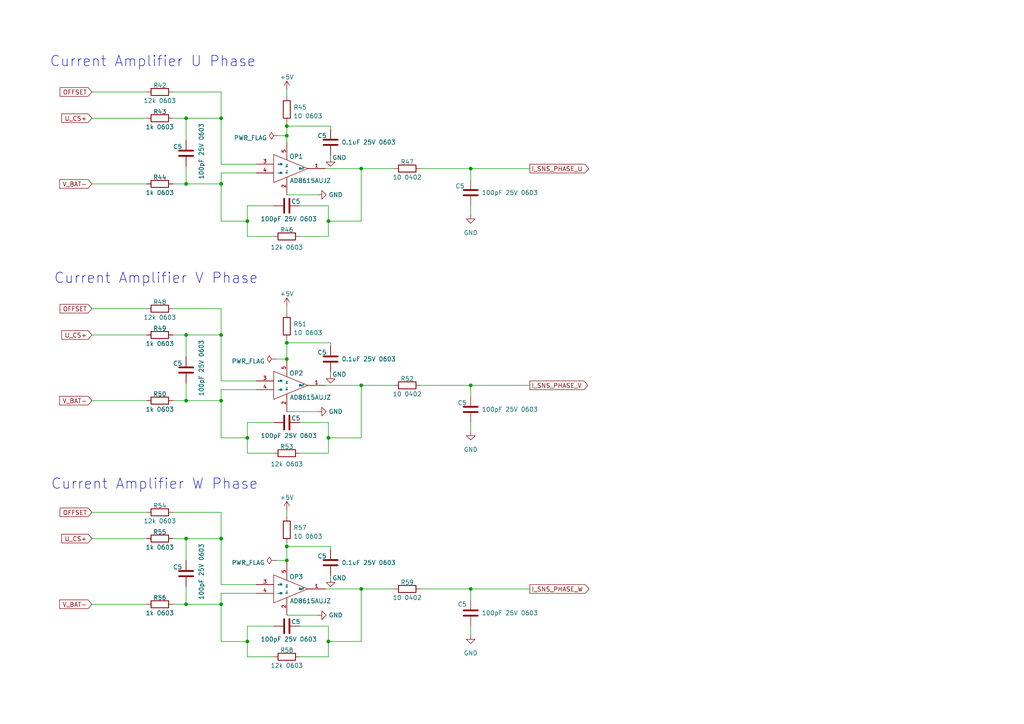
<source format=kicad_sch>
(kicad_sch (version 20230121) (generator eeschema)
  (paper "A4")
  (lib_symbols
    (symbol "AD8615:AD8615AUJZ" (pin_names (offset 1.016))
      (property "Reference" "OP" (at 3.556 -12.954 0))
      (property "Value" "AD8615AUJZ" (at 8.128 -21.59 0))
      (symbol "AD8615AUJZ_0_0"
        (pin output line (at 11.176 -17.78 180) (length 5.08) (name "OUT") (number "1"))
        (pin power_in line (at 0 -25.4 90) (length 5.08) (name "V-") (number "2"))
        (pin input line (at -8.89 -16.51 0) (length 5.08) (name "+IN") (number "3"))
        (pin input line (at -8.89 -19.05 0) (length 5.08) (name "-IN") (number "4"))
        (pin power_in line (at 0 -10.16 270) (length 5.08) (name "V+") (number "5"))
      )
      (symbol "AD8615AUJZ_0_1"
        (polyline (pts (xy -3.81 -13.716) (xy -3.81 -21.844) (xy 6.096 -17.78) (xy -3.81 -13.716)))
      )
    )
    (symbol "Device:C" (pin_numbers hide) (pin_names (offset 0.254))
      (property "Reference" "C" (at 0.635 2.54 0))
      (property "Value" "C" (at 0.635 -2.54 0))
      (symbol "C_0_1"
        (polyline (pts (xy -2.032 -0.762) (xy 2.032 -0.762)) (stroke (width 0.508)))
        (polyline (pts (xy -2.032 0.762) (xy 2.032 0.762)) (stroke (width 0.508)))
      )
      (symbol "C_1_1"
        (pin passive line (at 0 3.81 270) (length 2.794) (name "~") (number "1"))
        (pin passive line (at 0 -3.81 90) (length 2.794) (name "~") (number "2"))
      )
    )
    (symbol "Device:R" (pin_numbers hide) (pin_names (offset 0))
      (property "Reference" "R" (at 2.032 0 90))
      (property "Value" "R" (at 0 0 90))
      (symbol "R_0_1"
        (rectangle (start -1.016 -2.54) (end 1.016 2.54) (stroke (width 0.254)))
      )
      (symbol "R_1_1"
        (pin passive line (at 0 3.81 270) (length 1.27) (name "~") (number "1"))
        (pin passive line (at 0 -3.81 90) (length 1.27) (name "~") (number "2"))
      )
    )
    (symbol "power:+5V" (power) (pin_names (offset 0))
      (property "Value" "+5V" (at 0 3.556 0))
      (symbol "+5V_0_1"
        (polyline (pts (xy -0.762 1.27) (xy 0 2.54)))
        (polyline (pts (xy 0 0) (xy 0 2.54)))
        (polyline (pts (xy 0 2.54) (xy 0.762 1.27)))
      )
      (symbol "+5V_1_1"
        (pin power_in line (at 0 0 90) (length 0) hide (name "+5V") (number "1"))
      )
    )
    (symbol "power:GND" (power) (pin_names (offset 0))
      (property "Value" "GND" (at 0 -3.81 0))
      (symbol "GND_0_1"
        (polyline (pts (xy 0 0) (xy 0 -1.27) (xy 1.27 -1.27) (xy 0 -2.54) (xy -1.27 -1.27) (xy 0 -1.27)))
      )
      (symbol "GND_1_1"
        (pin power_in line (at 0 0 270) (length 0) hide (name "GND") (number "1"))
      )
    )
    (symbol "power:PWR_FLAG" (power) (pin_numbers hide) (pin_names (offset 0) hide)
      (property "Value" "PWR_FLAG" (at 0 3.81 0))
      (symbol "PWR_FLAG_0_0"
        (pin power_out line (at 0 0 90) (length 0) (name "pwr") (number "1"))
      )
      (symbol "PWR_FLAG_0_1"
        (polyline (pts (xy 0 0) (xy 0 1.27) (xy -1.016 1.905) (xy 0 2.54) (xy 1.016 1.905) (xy 0 1.27)))
      )
    )
  )
  (junction (at 83.185 158.496))
  (junction (at 95.25 127))
  (junction (at 83.185 36.576))
  (junction (at 95.25 186.055))
  (junction (at 53.975 156.21))
  (junction (at 64.135 116.205))
  (junction (at 83.185 39.37))
  (junction (at 53.975 53.34))
  (junction (at 136.525 111.76))
  (junction (at 136.525 48.895))
  (junction (at 83.185 99.441))
  (junction (at 64.135 53.34))
  (junction (at 104.775 111.76))
  (junction (at 71.755 186.055))
  (junction (at 83.185 162.56))
  (junction (at 64.135 175.26))
  (junction (at 71.755 64.135))
  (junction (at 83.185 104.14))
  (junction (at 53.975 34.29))
  (junction (at 53.975 116.205))
  (junction (at 104.775 170.815))
  (junction (at 71.755 127))
  (junction (at 64.135 34.29))
  (junction (at 64.135 97.155))
  (junction (at 136.525 170.815))
  (junction (at 53.975 175.26))
  (junction (at 95.25 64.135))
  (junction (at 53.975 97.155))
  (junction (at 104.775 48.895))
  (junction (at 64.135 156.21))
  (wire (pts (xy 95.885 167.005) (xy 95.885 167.64)))
  (wire (pts (xy 104.775 170.815) (xy 114.3 170.815)))
  (wire (pts (xy 95.25 131.445) (xy 95.25 127)))
  (wire (pts (xy 104.775 48.895) (xy 114.3 48.895)))
  (wire (pts (xy 64.135 169.545) (xy 74.295 169.545)))
  (wire (pts (xy 86.995 190.5) (xy 95.25 190.5)))
  (wire (pts (xy 53.975 175.26) (xy 64.135 175.26)))
  (wire (pts (xy 83.185 99.441) (xy 83.185 104.14)))
  (wire (pts (xy 64.135 172.085) (xy 64.135 175.26)))
  (wire (pts (xy 53.975 53.34) (xy 64.135 53.34)))
  (wire (pts (xy 50.165 148.59) (xy 64.135 148.59)))
  (wire (pts (xy 64.135 97.155) (xy 64.135 89.535)))
  (wire (pts (xy 26.67 116.205) (xy 42.545 116.205)))
  (wire (pts (xy 64.135 113.03) (xy 64.135 116.205)))
  (wire (pts (xy 64.135 47.625) (xy 74.295 47.625)))
  (wire (pts (xy 64.135 110.49) (xy 74.295 110.49)))
  (wire (pts (xy 50.165 175.26) (xy 53.975 175.26)))
  (wire (pts (xy 83.185 178.435) (xy 92.075 178.435)))
  (wire (pts (xy 95.25 127) (xy 104.775 127)))
  (wire (pts (xy 136.525 122.555) (xy 136.525 125.095)))
  (wire (pts (xy 121.92 48.895) (xy 136.525 48.895)))
  (wire (pts (xy 53.975 97.155) (xy 50.165 97.155)))
  (wire (pts (xy 104.775 48.895) (xy 104.775 64.135)))
  (wire (pts (xy 79.375 190.5) (xy 71.755 190.5)))
  (wire (pts (xy 83.185 88.9) (xy 83.185 90.805)))
  (wire (pts (xy 64.135 50.165) (xy 74.295 50.165)))
  (wire (pts (xy 64.135 34.29) (xy 64.135 47.625)))
  (wire (pts (xy 50.165 89.535) (xy 64.135 89.535)))
  (wire (pts (xy 95.885 158.496) (xy 95.885 159.385)))
  (wire (pts (xy 95.25 64.135) (xy 104.775 64.135)))
  (wire (pts (xy 83.185 39.37) (xy 83.185 41.275)))
  (wire (pts (xy 121.92 111.76) (xy 136.525 111.76)))
  (wire (pts (xy 83.185 36.576) (xy 83.185 39.37)))
  (wire (pts (xy 80.01 104.14) (xy 83.185 104.14)))
  (wire (pts (xy 64.135 116.205) (xy 64.135 127)))
  (wire (pts (xy 64.135 175.26) (xy 64.135 186.055)))
  (wire (pts (xy 83.185 162.56) (xy 83.185 163.195)))
  (wire (pts (xy 95.25 59.69) (xy 86.995 59.69)))
  (wire (pts (xy 26.67 89.535) (xy 42.545 89.535)))
  (wire (pts (xy 83.185 147.955) (xy 83.185 149.86)))
  (wire (pts (xy 104.775 111.76) (xy 104.775 127)))
  (wire (pts (xy 71.755 59.69) (xy 79.375 59.69)))
  (wire (pts (xy 80.01 162.56) (xy 83.185 162.56)))
  (wire (pts (xy 71.755 64.135) (xy 71.755 59.69)))
  (wire (pts (xy 71.755 127) (xy 71.755 122.555)))
  (wire (pts (xy 80.645 39.37) (xy 83.185 39.37)))
  (wire (pts (xy 136.525 59.69) (xy 136.525 62.23)))
  (wire (pts (xy 50.165 53.34) (xy 53.975 53.34)))
  (wire (pts (xy 64.135 53.34) (xy 64.135 64.135)))
  (wire (pts (xy 136.525 111.76) (xy 153.67 111.76)))
  (wire (pts (xy 53.975 40.64) (xy 53.975 34.29)))
  (wire (pts (xy 64.135 156.21) (xy 64.135 148.59)))
  (wire (pts (xy 83.185 98.425) (xy 83.185 99.441)))
  (wire (pts (xy 95.25 122.555) (xy 86.995 122.555)))
  (wire (pts (xy 83.185 157.48) (xy 83.185 158.496)))
  (wire (pts (xy 95.25 186.055) (xy 95.25 181.61)))
  (wire (pts (xy 86.995 68.58) (xy 95.25 68.58)))
  (wire (pts (xy 53.975 111.125) (xy 53.975 116.205)))
  (wire (pts (xy 64.135 172.085) (xy 74.295 172.085)))
  (wire (pts (xy 104.775 170.815) (xy 104.775 186.055)))
  (wire (pts (xy 104.775 111.76) (xy 114.3 111.76)))
  (wire (pts (xy 26.67 156.21) (xy 42.545 156.21)))
  (wire (pts (xy 95.25 190.5) (xy 95.25 186.055)))
  (wire (pts (xy 95.885 99.441) (xy 95.885 100.33)))
  (wire (pts (xy 53.975 156.21) (xy 50.165 156.21)))
  (wire (pts (xy 83.185 158.496) (xy 83.185 162.56)))
  (wire (pts (xy 53.975 156.21) (xy 64.135 156.21)))
  (wire (pts (xy 50.165 26.67) (xy 64.135 26.67)))
  (wire (pts (xy 95.25 64.135) (xy 95.25 59.69)))
  (wire (pts (xy 64.135 97.155) (xy 64.135 110.49)))
  (wire (pts (xy 79.375 131.445) (xy 71.755 131.445)))
  (wire (pts (xy 26.67 148.59) (xy 42.545 148.59)))
  (wire (pts (xy 136.525 181.61) (xy 136.525 184.15)))
  (wire (pts (xy 53.975 34.29) (xy 64.135 34.29)))
  (wire (pts (xy 95.885 45.085) (xy 95.885 45.72)))
  (wire (pts (xy 64.135 113.03) (xy 74.295 113.03)))
  (wire (pts (xy 71.755 186.055) (xy 71.755 181.61)))
  (wire (pts (xy 95.25 186.055) (xy 104.775 186.055)))
  (wire (pts (xy 53.975 170.18) (xy 53.975 175.26)))
  (wire (pts (xy 26.67 175.26) (xy 42.545 175.26)))
  (wire (pts (xy 136.525 170.815) (xy 153.67 170.815)))
  (wire (pts (xy 26.67 34.29) (xy 42.545 34.29)))
  (wire (pts (xy 64.135 50.165) (xy 64.135 53.34)))
  (wire (pts (xy 53.975 48.26) (xy 53.975 53.34)))
  (wire (pts (xy 53.975 162.56) (xy 53.975 156.21)))
  (wire (pts (xy 71.755 181.61) (xy 79.375 181.61)))
  (wire (pts (xy 53.975 103.505) (xy 53.975 97.155)))
  (wire (pts (xy 121.92 170.815) (xy 136.525 170.815)))
  (wire (pts (xy 94.361 48.895) (xy 104.775 48.895)))
  (wire (pts (xy 136.525 48.895) (xy 136.525 52.07)))
  (wire (pts (xy 71.755 127) (xy 64.135 127)))
  (wire (pts (xy 94.361 170.815) (xy 104.775 170.815)))
  (wire (pts (xy 71.755 64.135) (xy 64.135 64.135)))
  (wire (pts (xy 83.185 119.38) (xy 92.075 119.38)))
  (wire (pts (xy 53.975 116.205) (xy 64.135 116.205)))
  (wire (pts (xy 136.525 111.76) (xy 136.525 114.935)))
  (wire (pts (xy 64.135 34.29) (xy 64.135 26.67)))
  (wire (pts (xy 26.67 53.34) (xy 42.545 53.34)))
  (wire (pts (xy 79.375 68.58) (xy 71.755 68.58)))
  (wire (pts (xy 95.885 107.95) (xy 95.885 108.585)))
  (wire (pts (xy 71.755 122.555) (xy 79.375 122.555)))
  (wire (pts (xy 64.135 156.21) (xy 64.135 169.545)))
  (wire (pts (xy 95.25 68.58) (xy 95.25 64.135)))
  (wire (pts (xy 71.755 186.055) (xy 64.135 186.055)))
  (wire (pts (xy 86.995 131.445) (xy 95.25 131.445)))
  (wire (pts (xy 53.975 97.155) (xy 64.135 97.155)))
  (wire (pts (xy 136.525 170.815) (xy 136.525 173.99)))
  (wire (pts (xy 95.25 127) (xy 95.25 122.555)))
  (wire (pts (xy 71.755 68.58) (xy 71.755 64.135)))
  (wire (pts (xy 26.67 97.155) (xy 42.545 97.155)))
  (wire (pts (xy 95.885 36.576) (xy 95.885 37.465)))
  (wire (pts (xy 94.361 111.76) (xy 104.775 111.76)))
  (wire (pts (xy 26.67 26.67) (xy 42.545 26.67)))
  (wire (pts (xy 71.755 131.445) (xy 71.755 127)))
  (wire (pts (xy 95.885 36.576) (xy 83.185 36.576)))
  (wire (pts (xy 53.975 34.29) (xy 50.165 34.29)))
  (wire (pts (xy 136.525 48.895) (xy 153.67 48.895)))
  (wire (pts (xy 50.165 116.205) (xy 53.975 116.205)))
  (wire (pts (xy 83.185 26.035) (xy 83.185 27.94)))
  (wire (pts (xy 95.885 99.441) (xy 83.185 99.441)))
  (wire (pts (xy 83.185 56.515) (xy 92.075 56.515)))
  (wire (pts (xy 95.25 181.61) (xy 86.995 181.61)))
  (wire (pts (xy 71.755 190.5) (xy 71.755 186.055)))
  (wire (pts (xy 95.885 158.496) (xy 83.185 158.496)))
  (wire (pts (xy 83.185 35.56) (xy 83.185 36.576)))
  (text "Current Amplifier V Phase" (at 74.93 82.55 0) (effects (font (size 3 3)) (justify right bottom)))
  (text "Current Amplifier W Phase" (at 74.93 142.24 0) (effects (font (size 3 3)) (justify right bottom)))
  (text "Current Amplifier U Phase" (at 74.295 19.685 0) (effects (font (size 3 3)) (justify right bottom)))
  (global_label "V_BAT-" (shape input) (at 26.67 175.26 180) (property "Intersheetrefs" "${INTERSHEET_REFS}" (effects hide)))
  (global_label "V_BAT-" (shape input) (at 26.67 53.34 180) (property "Intersheetrefs" "${INTERSHEET_REFS}" (effects hide)))
  (global_label "I_SNS_PHASE_U" (shape output) (at 153.67 48.895 0) (property "Intersheetrefs" "${INTERSHEET_REFS}" (effects hide)))
  (global_label "OFFSET" (shape input) (at 26.67 26.67 180) (property "Intersheetrefs" "${INTERSHEET_REFS}" (effects hide)))
  (global_label "I_SNS_PHASE_V" (shape output) (at 153.67 111.76 0) (property "Intersheetrefs" "${INTERSHEET_REFS}" (effects hide)))
  (global_label "I_SNS_PHASE_W" (shape output) (at 153.67 170.815 0) (property "Intersheetrefs" "${INTERSHEET_REFS}" (effects hide)))
  (global_label "OFFSET" (shape input) (at 26.67 148.59 180) (property "Intersheetrefs" "${INTERSHEET_REFS}" (effects hide)))
  (global_label "V_BAT-" (shape input) (at 26.67 116.205 180) (property "Intersheetrefs" "${INTERSHEET_REFS}" (effects hide)))
  (global_label "U_CS+" (shape input) (at 26.67 97.155 180) (property "Intersheetrefs" "${INTERSHEET_REFS}" (effects hide)))
  (global_label "OFFSET" (shape input) (at 26.67 89.535 180) (property "Intersheetrefs" "${INTERSHEET_REFS}" (effects hide)))
  (global_label "U_CS+" (shape input) (at 26.67 156.21 180) (property "Intersheetrefs" "${INTERSHEET_REFS}" (effects hide)))
  (global_label "U_CS+" (shape input) (at 26.67 34.29 180) (property "Intersheetrefs" "${INTERSHEET_REFS}" (effects hide)))
  (symbol (lib_id "power:PWR_FLAG") (at 80.01 104.14 90) (unit 1)
    (property "Reference" "#FLG02" (effects hide))
    (property "Value" "PWR_FLAG" (at 76.835 104.775 90) (effects (justify left)))
  )
  (symbol (lib_id "Device:C") (at 83.185 181.61 270) (unit 1)
    (property "Reference" "C5" (at 84.455 180.34 90) (effects (justify left)))
    (property "Value" "100pF 25V 0603" (at 75.565 185.42 90) (effects (justify left)))
    (instances (project "EVAL_TOLT_DC48V_3KW" (path "" (reference "C5") (unit 1)) (path "" (reference "C?") (unit 1)) (path "" (reference "C70") (unit 1))))
  )
  (symbol (lib_id "Device:C") (at 53.975 107.315 0) (unit 1)
    (property "Reference" "C5" (at 50.165 105.41 0) (effects (justify left)))
    (property "Value" "100pF 25V 0603" (at 58.42 114.935 90) (effects (justify left)))
    (instances (project "EVAL_TOLT_DC48V_3KW" (path "" (reference "C5") (unit 1)) (path "" (reference "C?") (unit 1)) (path "" (reference "C64") (unit 1))))
  )
  (symbol (lib_id "Device:R") (at 46.355 97.155 90) (unit 1)
    (property "Reference" "R49" (at 46.355 95.25 90))
    (property "Value" "1k 0603" (at 46.355 99.695 90))
  )
  (symbol (lib_id "Device:R") (at 46.355 148.59 90) (unit 1)
    (property "Reference" "R54" (at 46.355 146.685 90))
    (property "Value" "12k 0603" (at 46.355 151.13 90))
  )
  (symbol (lib_id "Device:C") (at 83.185 59.69 270) (unit 1)
    (property "Reference" "C5" (at 84.455 58.42 90) (effects (justify left)))
    (property "Value" "100pF 25V 0603" (at 75.565 63.5 90) (effects (justify left)))
    (instances (project "EVAL_TOLT_DC48V_3KW" (path "" (reference "C5") (unit 1)) (path "" (reference "C?") (unit 1)) (path "" (reference "C62") (unit 1))))
  )
  (symbol (lib_id "Device:R") (at 83.185 94.615 0) (unit 1)
    (property "Reference" "R51" (at 85.09 93.98 0) (effects (justify left)))
    (property "Value" "10 0603" (at 85.09 96.52 0) (effects (justify left)))
  )
  (symbol (lib_id "Device:R") (at 83.185 153.67 0) (unit 1)
    (property "Reference" "R57" (at 85.09 153.035 0) (effects (justify left)))
    (property "Value" "10 0603" (at 85.09 155.575 0) (effects (justify left)))
  )
  (symbol (lib_id "power:GND") (at 92.075 56.515 90) (unit 1)
    (property "Reference" "#PWR014" (effects hide))
    (property "Value" "GND" (at 97.3582 56.515 90))
  )
  (symbol (lib_id "power:PWR_FLAG") (at 80.01 162.56 90) (unit 1)
    (property "Reference" "#FLG03" (effects hide))
    (property "Value" "PWR_FLAG" (at 76.835 163.195 90) (effects (justify left)))
  )
  (symbol (lib_id "power:+5V") (at 83.185 88.9 0) (unit 1)
    (property "Reference" "#PWR016" (effects hide))
    (property "Value" "+5V" (at 83.185 85.2424 0))
  )
  (symbol (lib_id "power:GND") (at 95.885 108.585 0) (unit 1)
    (property "Reference" "#PWR018" (effects hide))
    (property "Value" "GND" (at 98.425 108.585 0))
  )
  (symbol (lib_id "power:GND") (at 95.885 45.72 0) (unit 1)
    (property "Reference" "#PWR013" (effects hide))
    (property "Value" "GND" (at 98.425 45.72 0))
  )
  (symbol (lib_id "Device:C") (at 83.185 122.555 270) (unit 1)
    (property "Reference" "C5" (at 84.455 121.285 90) (effects (justify left)))
    (property "Value" "100pF 25V 0603" (at 75.565 126.365 90) (effects (justify left)))
    (instances (project "EVAL_TOLT_DC48V_3KW" (path "" (reference "C5") (unit 1)) (path "" (reference "C?") (unit 1)) (path "" (reference "C66") (unit 1))))
  )
  (symbol (lib_id "Device:R") (at 46.355 175.26 90) (unit 1)
    (property "Reference" "R56" (at 46.355 173.355 90))
    (property "Value" "1k 0603" (at 46.355 177.8 90))
  )
  (symbol (lib_id "Device:R") (at 118.11 111.76 90) (unit 1)
    (property "Reference" "R52" (at 118.11 109.855 90))
    (property "Value" "10 0402" (at 118.11 114.3 90))
  )
  (symbol (lib_id "power:GND") (at 136.525 62.23 0) (unit 1)
    (property "Reference" "#PWR015" (effects hide))
    (property "Value" "GND" (at 136.525 67.5132 0))
  )
  (symbol (lib_id "Device:R") (at 118.11 170.815 90) (unit 1)
    (property "Reference" "R59" (at 118.11 168.91 90))
    (property "Value" "10 0402" (at 118.11 173.355 90))
  )
  (symbol (lib_id "power:GND") (at 95.885 167.64 0) (unit 1)
    (property "Reference" "#PWR049" (effects hide))
    (property "Value" "GND" (at 98.425 167.64 0))
  )
  (symbol (lib_id "AD8615:AD8615AUJZ") (at 83.185 153.035 0) (unit 1)
    (property "Reference" "OP3" (at 85.9282 167.3098 0))
    (property "Value" "AD8615AUJZ" (at 90.043 174.3202 0))
    (property "Footprint" "AD8615AUJZ:SOT95P280X100-5N" (effects hide))
    (property "MF" "Analog Devices" (effects hide))
    (property "Description" "\nPrecision 20 MHz CMOS Single RRIO Operational Amplifier\n" (effects hide))
    (property "PACKAGE" "SOT-23-5" (effects hide))
    (property "MPN" "AD8615AUJZ" (effects hide))
    (property "Price" "None" (effects hide))
    (property "Package" "TSOT-5 Analog Devices" (effects hide))
    (property "OC_FARNELL" "9079408" (effects hide))
    (property "SnapEDA_Link" "https://www.snapeda.com/parts/AD8615AUJZ-REEL7/Analog+Devices/view-part/?ref=snap" (effects hide))
    (property "MP" "AD8615AUJZ-REEL7" (effects hide))
    (property "Purchase-URL" "https://www.snapeda.com/api/url_track_click_mouser/?unipart_id=45535&manufacturer=Analog Devices&part_name=AD8615AUJZ-REEL7&search_term=ad8615" (effects hide))
    (property "SUPPLIER" "Analog Devices" (effects hide))
    (property "OC_NEWARK" "31M4569" (effects hide))
    (property "Availability" "In Stock" (effects hide))
    (property "Check_prices" "https://www.snapeda.com/parts/AD8615AUJZ-REEL7/Analog+Devices/view-part/?ref=eda" (effects hide))
  )
  (symbol (lib_id "Device:R") (at 83.185 190.5 90) (unit 1)
    (property "Reference" "R58" (at 83.185 188.595 90))
    (property "Value" "12k 0603" (at 83.185 193.04 90))
  )
  (symbol (lib_id "Device:C") (at 53.975 166.37 0) (unit 1)
    (property "Reference" "C5" (at 50.165 164.465 0) (effects (justify left)))
    (property "Value" "100pF 25V 0603" (at 58.42 173.99 90) (effects (justify left)))
    (instances (project "EVAL_TOLT_DC48V_3KW" (path "" (reference "C5") (unit 1)) (path "" (reference "C?") (unit 1)) (path "" (reference "C68") (unit 1))))
  )
  (symbol (lib_id "Device:C") (at 95.885 41.275 0) (unit 1)
    (property "Reference" "C5" (at 92.075 39.37 0) (effects (justify left)))
    (property "Value" "0.1uF 25V 0603" (at 99.06 41.275 0) (effects (justify left)))
    (instances (project "EVAL_TOLT_DC48V_3KW" (path "" (reference "C5") (unit 1)) (path "" (reference "C?") (unit 1)) (path "" (reference "C61") (unit 1))))
  )
  (symbol (lib_id "Device:R") (at 46.355 26.67 90) (unit 1)
    (property "Reference" "R42" (at 46.355 24.765 90))
    (property "Value" "12k 0603" (at 46.355 29.21 90))
  )
  (symbol (lib_id "power:GND") (at 92.075 119.38 90) (unit 1)
    (property "Reference" "#PWR017" (effects hide))
    (property "Value" "GND" (at 97.3582 119.38 90))
  )
  (symbol (lib_id "Device:C") (at 95.885 163.195 0) (unit 1)
    (property "Reference" "C5" (at 92.075 161.29 0) (effects (justify left)))
    (property "Value" "0.1uF 25V 0603" (at 99.06 163.195 0) (effects (justify left)))
    (instances (project "EVAL_TOLT_DC48V_3KW" (path "" (reference "C5") (unit 1)) (path "" (reference "C?") (unit 1)) (path "" (reference "C69") (unit 1))))
  )
  (symbol (lib_id "power:+5V") (at 83.185 147.955 0) (unit 1)
    (property "Reference" "#PWR020" (effects hide))
    (property "Value" "+5V" (at 83.185 144.2974 0))
  )
  (symbol (lib_id "Device:R") (at 46.355 34.29 90) (unit 1)
    (property "Reference" "R43" (at 46.355 32.385 90))
    (property "Value" "1k 0603" (at 46.355 36.83 90))
  )
  (symbol (lib_id "Device:C") (at 95.885 104.14 0) (unit 1)
    (property "Reference" "C5" (at 92.075 102.235 0) (effects (justify left)))
    (property "Value" "0.1uF 25V 0603" (at 99.06 104.14 0) (effects (justify left)))
    (instances (project "EVAL_TOLT_DC48V_3KW" (path "" (reference "C5") (unit 1)) (path "" (reference "C?") (unit 1)) (path "" (reference "C65") (unit 1))))
  )
  (symbol (lib_id "Device:R") (at 46.355 156.21 90) (unit 1)
    (property "Reference" "R55" (at 46.355 154.305 90))
    (property "Value" "1k 0603" (at 46.355 158.75 90))
  )
  (symbol (lib_id "power:GND") (at 92.075 178.435 90) (unit 1)
    (property "Reference" "#PWR021" (effects hide))
    (property "Value" "GND" (at 97.3582 178.435 90))
  )
  (symbol (lib_id "Device:C") (at 53.975 44.45 0) (unit 1)
    (property "Reference" "C5" (at 50.165 42.545 0) (effects (justify left)))
    (property "Value" "100pF 25V 0603" (at 58.42 52.07 90) (effects (justify left)))
    (instances (project "EVAL_TOLT_DC48V_3KW" (path "" (reference "C5") (unit 1)) (path "" (reference "C?") (unit 1)) (path "" (reference "C60") (unit 1))))
  )
  (symbol (lib_id "AD8615:AD8615AUJZ") (at 83.185 31.115 0) (unit 1)
    (property "Reference" "OP1" (at 85.9282 45.3898 0))
    (property "Value" "AD8615AUJZ" (at 90.043 52.4002 0))
    (property "Footprint" "AD8615AUJZ:SOT95P280X100-5N" (effects hide))
    (property "MF" "Analog Devices" (effects hide))
    (property "Description" "\nPrecision 20 MHz CMOS Single RRIO Operational Amplifier\n" (effects hide))
    (property "PACKAGE" "SOT-23-5" (effects hide))
    (property "MPN" "AD8615AUJZ" (effects hide))
    (property "Price" "None" (effects hide))
    (property "Package" "TSOT-5 Analog Devices" (effects hide))
    (property "OC_FARNELL" "9079408" (effects hide))
    (property "SnapEDA_Link" "https://www.snapeda.com/parts/AD8615AUJZ-REEL7/Analog+Devices/view-part/?ref=snap" (effects hide))
    (property "MP" "AD8615AUJZ-REEL7" (effects hide))
    (property "Purchase-URL" "https://www.snapeda.com/api/url_track_click_mouser/?unipart_id=45535&manufacturer=Analog Devices&part_name=AD8615AUJZ-REEL7&search_term=ad8615" (effects hide))
    (property "SUPPLIER" "Analog Devices" (effects hide))
    (property "OC_NEWARK" "31M4569" (effects hide))
    (property "Availability" "In Stock" (effects hide))
    (property "Check_prices" "https://www.snapeda.com/parts/AD8615AUJZ-REEL7/Analog+Devices/view-part/?ref=eda" (effects hide))
  )
  (symbol (lib_id "Device:C") (at 136.525 55.88 0) (unit 1)
    (property "Reference" "C5" (at 132.08 53.975 0) (effects (justify left)))
    (property "Value" "100pF 25V 0603" (at 139.7 55.88 0) (effects (justify left)))
    (instances (project "EVAL_TOLT_DC48V_3KW" (path "" (reference "C5") (unit 1)) (path "" (reference "C?") (unit 1)) (path "" (reference "C63") (unit 1))))
  )
  (symbol (lib_id "Device:R") (at 83.185 68.58 90) (unit 1)
    (property "Reference" "R46" (at 83.185 66.675 90))
    (property "Value" "12k 0603" (at 83.185 71.755 90))
  )
  (symbol (lib_id "power:+5V") (at 83.185 26.035 0) (unit 1)
    (property "Reference" "#PWR012" (effects hide))
    (property "Value" "+5V" (at 83.185 22.3774 0))
  )
  (symbol (lib_id "Device:R") (at 83.185 131.445 90) (unit 1)
    (property "Reference" "R53" (at 83.185 129.54 90))
    (property "Value" "12k 0603" (at 83.185 134.62 90))
  )
  (symbol (lib_id "power:PWR_FLAG") (at 80.645 39.37 90) (unit 1)
    (property "Reference" "#FLG01" (effects hide))
    (property "Value" "PWR_FLAG" (at 77.47 40.005 90) (effects (justify left)))
  )
  (symbol (lib_id "AD8615:AD8615AUJZ") (at 83.185 93.98 0) (unit 1)
    (property "Reference" "OP2" (at 85.9282 108.2548 0))
    (property "Value" "AD8615AUJZ" (at 90.043 115.2652 0))
    (property "Footprint" "AD8615AUJZ:SOT95P280X100-5N" (effects hide))
    (property "MF" "Analog Devices" (effects hide))
    (property "Description" "\nPrecision 20 MHz CMOS Single RRIO Operational Amplifier\n" (effects hide))
    (property "PACKAGE" "SOT-23-5" (effects hide))
    (property "MPN" "AD8615AUJZ" (effects hide))
    (property "Price" "None" (effects hide))
    (property "Package" "TSOT-5 Analog Devices" (effects hide))
    (property "OC_FARNELL" "9079408" (effects hide))
    (property "SnapEDA_Link" "https://www.snapeda.com/parts/AD8615AUJZ-REEL7/Analog+Devices/view-part/?ref=snap" (effects hide))
    (property "MP" "AD8615AUJZ-REEL7" (effects hide))
    (property "Purchase-URL" "https://www.snapeda.com/api/url_track_click_mouser/?unipart_id=45535&manufacturer=Analog Devices&part_name=AD8615AUJZ-REEL7&search_term=ad8615" (effects hide))
    (property "SUPPLIER" "Analog Devices" (effects hide))
    (property "OC_NEWARK" "31M4569" (effects hide))
    (property "Availability" "In Stock" (effects hide))
    (property "Check_prices" "https://www.snapeda.com/parts/AD8615AUJZ-REEL7/Analog+Devices/view-part/?ref=eda" (effects hide))
  )
  (symbol (lib_id "Device:R") (at 46.355 53.34 90) (unit 1)
    (property "Reference" "R44" (at 46.355 51.435 90))
    (property "Value" "1k 0603" (at 46.355 55.88 90))
  )
  (symbol (lib_id "Device:R") (at 46.355 89.535 90) (unit 1)
    (property "Reference" "R48" (at 46.355 87.63 90))
    (property "Value" "12k 0603" (at 46.355 92.075 90))
  )
  (symbol (lib_id "Device:R") (at 46.355 116.205 90) (unit 1)
    (property "Reference" "R50" (at 46.355 114.3 90))
    (property "Value" "1k 0603" (at 46.355 118.745 90))
  )
  (symbol (lib_id "power:GND") (at 136.525 125.095 0) (unit 1)
    (property "Reference" "#PWR019" (effects hide))
    (property "Value" "GND" (at 136.525 130.3782 0))
  )
  (symbol (lib_id "Device:C") (at 136.525 177.8 0) (unit 1)
    (property "Reference" "C5" (at 132.715 175.26 0) (effects (justify left)))
    (property "Value" "100pF 25V 0603" (at 139.7 177.8 0) (effects (justify left)))
    (instances (project "EVAL_TOLT_DC48V_3KW" (path "" (reference "C5") (unit 1)) (path "" (reference "C?") (unit 1)) (path "" (reference "C71") (unit 1))))
  )
  (symbol (lib_id "Device:R") (at 118.11 48.895 90) (unit 1)
    (property "Reference" "R47" (at 118.11 46.99 90))
    (property "Value" "10 0402" (at 118.11 51.435 90))
  )
  (symbol (lib_id "Device:R") (at 83.185 31.75 0) (unit 1)
    (property "Reference" "R45" (at 85.09 31.115 0) (effects (justify left)))
    (property "Value" "10 0603" (at 85.09 33.655 0) (effects (justify left)))
  )
  (symbol (lib_id "Device:C") (at 136.525 118.745 0) (unit 1)
    (property "Reference" "C5" (at 132.715 116.84 0) (effects (justify left)))
    (property "Value" "100pF 25V 0603" (at 139.7 118.745 0) (effects (justify left)))
    (instances (project "EVAL_TOLT_DC48V_3KW" (path "" (reference "C5") (unit 1)) (path "" (reference "C?") (unit 1)) (path "" (reference "C67") (unit 1))))
  )
  (symbol (lib_id "power:GND") (at 136.525 184.15 0) (unit 1)
    (property "Reference" "#PWR050" (effects hide))
    (property "Value" "GND" (at 136.525 189.4332 0))
  )
)
</source>
